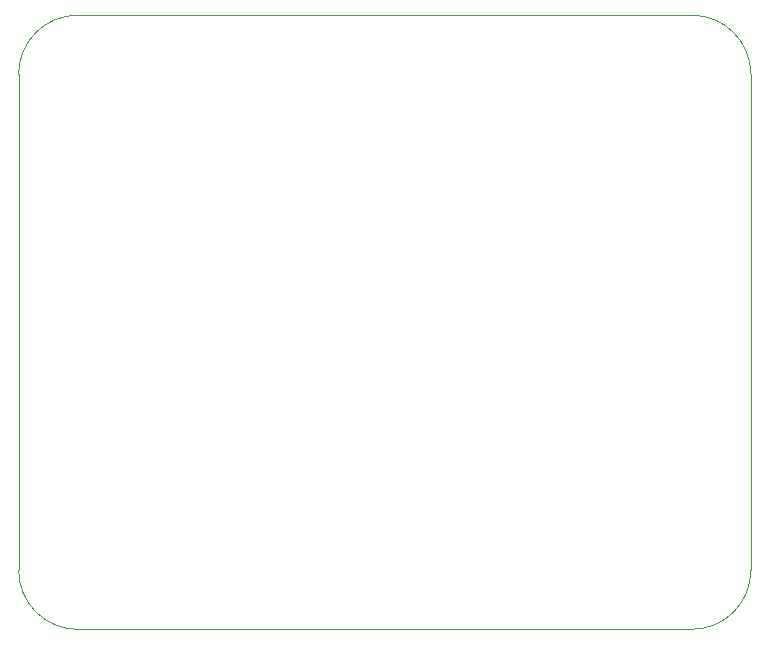
<source format=gbr>
%TF.GenerationSoftware,KiCad,Pcbnew,9.0.3*%
%TF.CreationDate,2025-08-16T20:23:23+09:00*%
%TF.ProjectId,ADF4351_with_raspberry_pi_pico,41444634-3335-4315-9f77-6974685f7261,rev?*%
%TF.SameCoordinates,Original*%
%TF.FileFunction,Profile,NP*%
%FSLAX46Y46*%
G04 Gerber Fmt 4.6, Leading zero omitted, Abs format (unit mm)*
G04 Created by KiCad (PCBNEW 9.0.3) date 2025-08-16 20:23:23*
%MOMM*%
%LPD*%
G01*
G04 APERTURE LIST*
%TA.AperFunction,Profile*%
%ADD10C,0.050000*%
%TD*%
G04 APERTURE END LIST*
D10*
X149000000Y-75500000D02*
X149000000Y-117500000D01*
X92000000Y-122500000D02*
G75*
G02*
X87000000Y-117500000I0J5000000D01*
G01*
X92000000Y-70500000D02*
X144000000Y-70500000D01*
X149000000Y-117500000D02*
G75*
G02*
X144000000Y-122500000I-5000000J0D01*
G01*
X144000000Y-122500000D02*
X92000000Y-122500000D01*
X87000000Y-117500000D02*
X87000000Y-75500000D01*
X87000000Y-75500000D02*
G75*
G02*
X92000000Y-70500000I5000000J0D01*
G01*
X144000000Y-70500000D02*
G75*
G02*
X149000000Y-75500000I0J-5000000D01*
G01*
M02*

</source>
